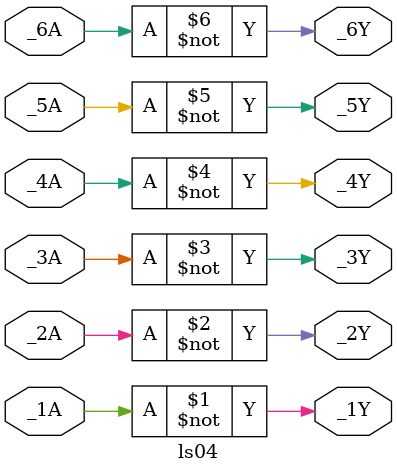
<source format=sv>
/*#########################################################################
#File Name:     ls04.sv
#Description:   SN74LS04N - HEX Inverter, 6 NOT gates.
#               Boolean function xY = !xA, where x = gate number.
#               
#Date:          
#Programmer:    Jonathon McEllin, S00150412
#Version:       Rev. 1.00
#
#Notes:         
##########################################################################*/

module ls04(_1A, _1Y, _2A, _2Y, _3A, _3Y, _4A, _4Y, _5A, _5Y, _6A, _6Y);

	input wire _1A, _2A, _3A, _4A, _5A, _6A;
	output wire _1Y, _2Y, _3Y, _4Y, _5Y, _6Y;

	not(_1Y, _1A);
	not(_2Y, _2A);
	not(_3Y, _3A);
	not(_4Y, _4A);
	not(_5Y, _5A);
	not(_6Y, _6A);
	
endmodule

</source>
